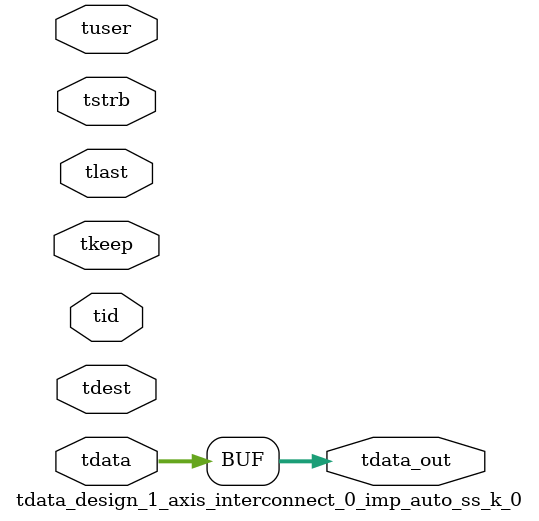
<source format=v>


`timescale 1ps/1ps

module tdata_design_1_axis_interconnect_0_imp_auto_ss_k_0 #
(
parameter C_S_AXIS_TDATA_WIDTH = 32,
parameter C_S_AXIS_TUSER_WIDTH = 0,
parameter C_S_AXIS_TID_WIDTH   = 0,
parameter C_S_AXIS_TDEST_WIDTH = 0,
parameter C_M_AXIS_TDATA_WIDTH = 32
)
(
input  [(C_S_AXIS_TDATA_WIDTH == 0 ? 1 : C_S_AXIS_TDATA_WIDTH)-1:0     ] tdata,
input  [(C_S_AXIS_TUSER_WIDTH == 0 ? 1 : C_S_AXIS_TUSER_WIDTH)-1:0     ] tuser,
input  [(C_S_AXIS_TID_WIDTH   == 0 ? 1 : C_S_AXIS_TID_WIDTH)-1:0       ] tid,
input  [(C_S_AXIS_TDEST_WIDTH == 0 ? 1 : C_S_AXIS_TDEST_WIDTH)-1:0     ] tdest,
input  [(C_S_AXIS_TDATA_WIDTH/8)-1:0 ] tkeep,
input  [(C_S_AXIS_TDATA_WIDTH/8)-1:0 ] tstrb,
input                                                                    tlast,
output [C_M_AXIS_TDATA_WIDTH-1:0] tdata_out
);

assign tdata_out = {tdata[63:0]};

endmodule


</source>
